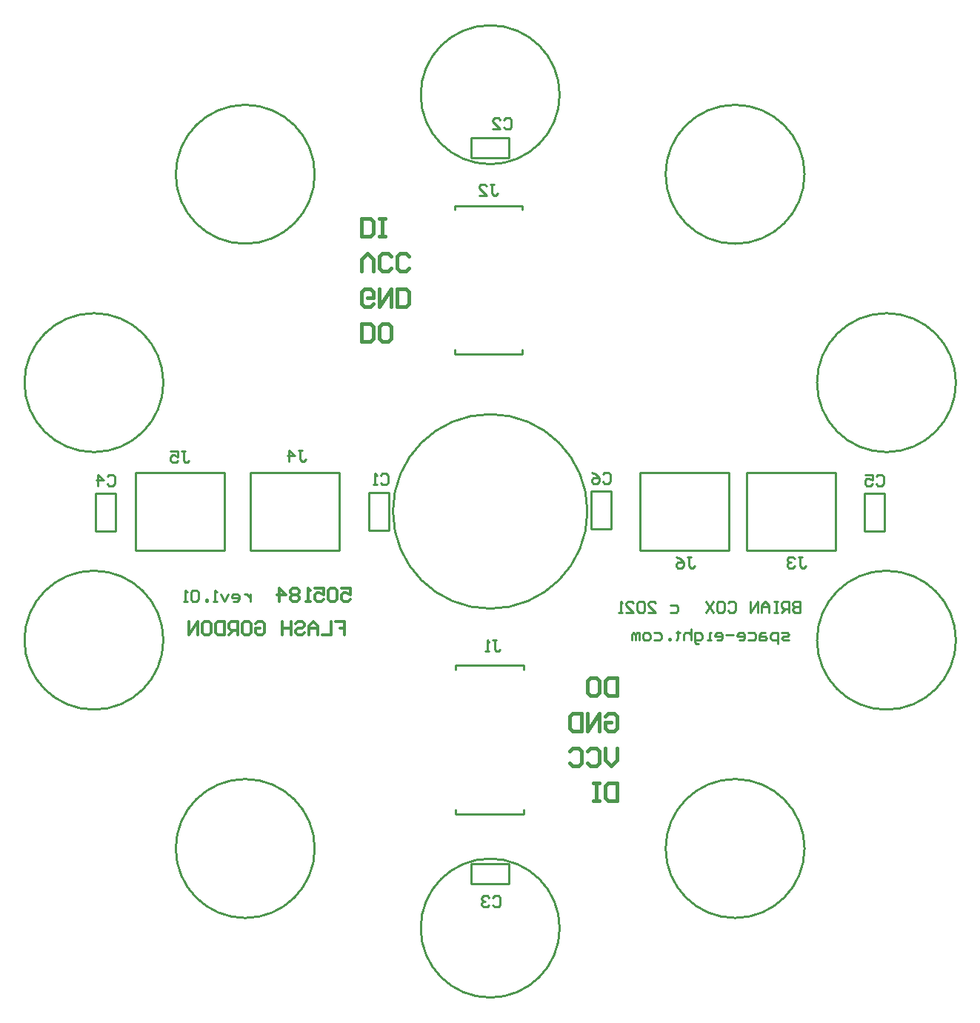
<source format=gbo>
%FSLAX25Y25*%
%MOIN*%
G70*
G01*
G75*
G04 Layer_Color=33789*
%ADD10R,0.05906X0.05906*%
%ADD11P,0.08352X4X189.0*%
%ADD12P,0.08352X4X153.0*%
%ADD13P,0.08352X4X117.0*%
%ADD14P,0.08352X4X81.0*%
%ADD15P,0.08352X4X279.0*%
%ADD16P,0.08352X4X207.0*%
%ADD17R,0.05906X0.05906*%
%ADD18P,0.08352X4X63.0*%
%ADD19P,0.08352X4X351.0*%
%ADD20C,0.05000*%
%ADD21C,0.02500*%
%ADD22C,0.12500*%
%ADD23R,0.12500X0.12500*%
%ADD24C,0.16500*%
%ADD25C,0.04000*%
%ADD26R,0.08000X0.05000*%
%ADD27R,0.05000X0.08000*%
%ADD28R,0.17716X0.12205*%
%ADD29C,0.01000*%
%ADD30C,0.01200*%
%ADD31C,0.01500*%
D29*
X664460Y699691D02*
G03*
X664460Y699691I-31250J0D01*
G01*
X732573Y605941D02*
G03*
X732573Y605941I-31250J0D01*
G01*
Y490059D02*
G03*
X732573Y490059I-31250J0D01*
G01*
X664460Y396309D02*
G03*
X664460Y396309I-31250J0D01*
G01*
X554250Y360500D02*
G03*
X554250Y360500I-31250J0D01*
G01*
X444040Y396309D02*
G03*
X444040Y396309I-31250J0D01*
G01*
X375927Y490059D02*
G03*
X375927Y490059I-31250J0D01*
G01*
Y605941D02*
G03*
X375927Y605941I-31250J0D01*
G01*
X444040Y699691D02*
G03*
X444040Y699691I-31250J0D01*
G01*
X554250Y735500D02*
G03*
X554250Y735500I-31250J0D01*
G01*
X566750Y548000D02*
G03*
X566750Y548000I-43750J0D01*
G01*
X568484Y557016D02*
X577516D01*
X568484Y539984D02*
Y557016D01*
Y539984D02*
X577516D01*
Y557016D01*
X638500Y530500D02*
Y548000D01*
X678500Y530500D02*
Y548000D01*
X638500Y565500D02*
X678500D01*
Y548000D02*
Y565500D01*
X638500Y530500D02*
X678500D01*
X638500Y548000D02*
Y565500D01*
X455000Y548000D02*
Y565500D01*
X415000Y548000D02*
Y565500D01*
Y530500D02*
X455000D01*
X415000D02*
Y548000D01*
Y565500D02*
X455000D01*
Y530500D02*
Y548000D01*
X403500D02*
Y565500D01*
X363500Y548000D02*
Y565500D01*
Y530500D02*
X403500D01*
X363500D02*
Y548000D01*
Y565500D02*
X403500D01*
Y530500D02*
Y548000D01*
X590500Y530500D02*
Y548000D01*
X630500Y530500D02*
Y548000D01*
X590500Y565500D02*
X630500D01*
Y548000D02*
Y565500D01*
X590500Y530500D02*
X630500D01*
X590500Y548000D02*
Y565500D01*
X468484Y556516D02*
X477516D01*
X468484Y539484D02*
Y556516D01*
Y539484D02*
X477516D01*
Y556516D01*
X514484Y706984D02*
Y716016D01*
Y706984D02*
X531516D01*
Y716016D01*
X514484D02*
X531516D01*
Y380484D02*
Y389516D01*
X514484D02*
X531516D01*
X514484Y380484D02*
Y389516D01*
Y380484D02*
X531516D01*
X345484Y538984D02*
X354516D01*
Y556016D01*
X345484D02*
X354516D01*
X345484Y538984D02*
Y556016D01*
X691484Y538984D02*
X700516D01*
Y556016D01*
X691484D02*
X700516D01*
X691484Y538984D02*
Y556016D01*
X507441Y476870D02*
Y478839D01*
X537953D01*
Y476870D02*
Y478839D01*
X507441Y411909D02*
Y413878D01*
Y411909D02*
X537953D01*
Y413878D01*
X537559Y618661D02*
Y620630D01*
X507047Y618661D02*
X537559D01*
X507047D02*
Y620630D01*
X537559Y683622D02*
Y685591D01*
X507047D02*
X537559D01*
X507047Y683622D02*
Y685591D01*
X657500Y490000D02*
X655001D01*
X654168Y490833D01*
X655001Y491666D01*
X656667D01*
X657500Y492499D01*
X656667Y493332D01*
X654168D01*
X652502Y488334D02*
Y493332D01*
X650002D01*
X649169Y492499D01*
Y490833D01*
X650002Y490000D01*
X652502D01*
X646670Y493332D02*
X645004D01*
X644171Y492499D01*
Y490000D01*
X646670D01*
X647503Y490833D01*
X646670Y491666D01*
X644171D01*
X639173Y493332D02*
X641672D01*
X642505Y492499D01*
Y490833D01*
X641672Y490000D01*
X639173D01*
X635007D02*
X636673D01*
X637506Y490833D01*
Y492499D01*
X636673Y493332D01*
X635007D01*
X634174Y492499D01*
Y491666D01*
X637506D01*
X632508Y492499D02*
X629176D01*
X625010Y490000D02*
X626677D01*
X627510Y490833D01*
Y492499D01*
X626677Y493332D01*
X625010D01*
X624178Y492499D01*
Y491666D01*
X627510D01*
X622511Y490000D02*
X620845D01*
X621678D01*
Y493332D01*
X622511D01*
X616680Y488334D02*
X615847D01*
X615014Y489167D01*
Y493332D01*
X617513D01*
X618346Y492499D01*
Y490833D01*
X617513Y490000D01*
X615014D01*
X613348Y494998D02*
Y490000D01*
Y492499D01*
X612515Y493332D01*
X610848D01*
X610015Y492499D01*
Y490000D01*
X607516Y494165D02*
Y493332D01*
X608349D01*
X606683D01*
X607516D01*
Y490833D01*
X606683Y490000D01*
X604184D02*
Y490833D01*
X603351D01*
Y490000D01*
X604184D01*
X596686Y493332D02*
X599186D01*
X600019Y492499D01*
Y490833D01*
X599186Y490000D01*
X596686D01*
X594187D02*
X592521D01*
X591688Y490833D01*
Y492499D01*
X592521Y493332D01*
X594187D01*
X595020Y492499D01*
Y490833D01*
X594187Y490000D01*
X590022D02*
Y493332D01*
X589189D01*
X588356Y492499D01*
Y490000D01*
Y492499D01*
X587523Y493332D01*
X586690Y492499D01*
Y490000D01*
X662500Y507498D02*
Y502500D01*
X660001D01*
X659168Y503333D01*
Y504166D01*
X660001Y504999D01*
X662500D01*
X660001D01*
X659168Y505832D01*
Y506665D01*
X660001Y507498D01*
X662500D01*
X657502Y502500D02*
Y507498D01*
X655002D01*
X654169Y506665D01*
Y504999D01*
X655002Y504166D01*
X657502D01*
X655835D02*
X654169Y502500D01*
X652503Y507498D02*
X650837D01*
X651670D01*
Y502500D01*
X652503D01*
X650837D01*
X648338D02*
Y505832D01*
X646672Y507498D01*
X645006Y505832D01*
Y502500D01*
Y504999D01*
X648338D01*
X643339Y502500D02*
Y507498D01*
X640007Y502500D01*
Y507498D01*
X630011Y506665D02*
X630844Y507498D01*
X632510D01*
X633343Y506665D01*
Y503333D01*
X632510Y502500D01*
X630844D01*
X630011Y503333D01*
X625845Y507498D02*
X627511D01*
X628344Y506665D01*
Y503333D01*
X627511Y502500D01*
X625845D01*
X625012Y503333D01*
Y506665D01*
X625845Y507498D01*
X623346D02*
X620014Y502500D01*
Y507498D02*
X623346Y502500D01*
X604168Y505832D02*
X606667D01*
X607500Y504999D01*
Y503333D01*
X606667Y502500D01*
X604168D01*
X594171D02*
X597503D01*
X594171Y505832D01*
Y506665D01*
X595004Y507498D01*
X596670D01*
X597503Y506665D01*
X592505D02*
X591672Y507498D01*
X590006D01*
X589173Y506665D01*
Y503333D01*
X590006Y502500D01*
X591672D01*
X592505Y503333D01*
Y506665D01*
X584174Y502500D02*
X587506D01*
X584174Y505832D01*
Y506665D01*
X585007Y507498D01*
X586673D01*
X587506Y506665D01*
X582508Y502500D02*
X580842D01*
X581675D01*
Y507498D01*
X582508Y506665D01*
X415000Y510832D02*
Y507500D01*
Y509166D01*
X414167Y509999D01*
X413334Y510832D01*
X412501D01*
X407502Y507500D02*
X409169D01*
X410002Y508333D01*
Y509999D01*
X409169Y510832D01*
X407502D01*
X406669Y509999D01*
Y509166D01*
X410002D01*
X405003Y510832D02*
X403337Y507500D01*
X401671Y510832D01*
X400005Y507500D02*
X398339D01*
X399172D01*
Y512498D01*
X400005Y511665D01*
X395840Y507500D02*
Y508333D01*
X395006D01*
Y507500D01*
X395840D01*
X391674Y511665D02*
X390841Y512498D01*
X389175D01*
X388342Y511665D01*
Y508333D01*
X389175Y507500D01*
X390841D01*
X391674Y508333D01*
Y511665D01*
X386676Y507500D02*
X385010D01*
X385843D01*
Y512498D01*
X386676Y511665D01*
X573668Y564665D02*
X574501Y565498D01*
X576167D01*
X577000Y564665D01*
Y561333D01*
X576167Y560500D01*
X574501D01*
X573668Y561333D01*
X568669Y565498D02*
X570335Y564665D01*
X572002Y562999D01*
Y561333D01*
X571169Y560500D01*
X569502D01*
X568669Y561333D01*
Y562166D01*
X569502Y562999D01*
X572002D01*
X611668Y527498D02*
X613334D01*
X612501D01*
Y523333D01*
X613334Y522500D01*
X614167D01*
X615000Y523333D01*
X606669Y527498D02*
X608335Y526665D01*
X610002Y524999D01*
Y523333D01*
X609169Y522500D01*
X607502D01*
X606669Y523333D01*
Y524166D01*
X607502Y524999D01*
X610002D01*
X384168Y574998D02*
X385834D01*
X385001D01*
Y570833D01*
X385834Y570000D01*
X386667D01*
X387500Y570833D01*
X379169Y574998D02*
X382502D01*
Y572499D01*
X380836Y573332D01*
X380002D01*
X379169Y572499D01*
Y570833D01*
X380002Y570000D01*
X381669D01*
X382502Y570833D01*
X436668Y575498D02*
X438334D01*
X437501D01*
Y571333D01*
X438334Y570500D01*
X439167D01*
X440000Y571333D01*
X432502Y570500D02*
Y575498D01*
X435002Y572999D01*
X431669D01*
X661668Y527498D02*
X663334D01*
X662501D01*
Y523333D01*
X663334Y522500D01*
X664167D01*
X665000Y523333D01*
X660002Y526665D02*
X659169Y527498D01*
X657502D01*
X656669Y526665D01*
Y525832D01*
X657502Y524999D01*
X658335D01*
X657502D01*
X656669Y524166D01*
Y523333D01*
X657502Y522500D01*
X659169D01*
X660002Y523333D01*
X522974Y695150D02*
X524640D01*
X523807D01*
Y690985D01*
X524640Y690152D01*
X525473D01*
X526306Y690985D01*
X517976Y690152D02*
X521308D01*
X517976Y693484D01*
Y694317D01*
X518809Y695150D01*
X520475D01*
X521308Y694317D01*
X524168Y489998D02*
X525834D01*
X525001D01*
Y485833D01*
X525834Y485000D01*
X526667D01*
X527500Y485833D01*
X522502Y485000D02*
X520835D01*
X521669D01*
Y489998D01*
X522502Y489165D01*
X696668Y563665D02*
X697501Y564498D01*
X699167D01*
X700000Y563665D01*
Y560333D01*
X699167Y559500D01*
X697501D01*
X696668Y560333D01*
X691669Y564498D02*
X695002D01*
Y561999D01*
X693335Y562832D01*
X692502D01*
X691669Y561999D01*
Y560333D01*
X692502Y559500D01*
X694169D01*
X695002Y560333D01*
X350668Y563665D02*
X351501Y564498D01*
X353167D01*
X354000Y563665D01*
Y560333D01*
X353167Y559500D01*
X351501D01*
X350668Y560333D01*
X346502Y559500D02*
Y564498D01*
X349002Y561999D01*
X345669D01*
X524168Y374165D02*
X525001Y374998D01*
X526667D01*
X527500Y374165D01*
Y370833D01*
X526667Y370000D01*
X525001D01*
X524168Y370833D01*
X522502Y374165D02*
X521669Y374998D01*
X520002D01*
X519169Y374165D01*
Y373332D01*
X520002Y372499D01*
X520835D01*
X520002D01*
X519169Y371666D01*
Y370833D01*
X520002Y370000D01*
X521669D01*
X522502Y370833D01*
X529168Y724165D02*
X530001Y724998D01*
X531667D01*
X532500Y724165D01*
Y720833D01*
X531667Y720000D01*
X530001D01*
X529168Y720833D01*
X524169Y720000D02*
X527502D01*
X524169Y723332D01*
Y724165D01*
X525002Y724998D01*
X526669D01*
X527502Y724165D01*
X473668Y564165D02*
X474501Y564998D01*
X476167D01*
X477000Y564165D01*
Y560833D01*
X476167Y560000D01*
X474501D01*
X473668Y560833D01*
X472002Y560000D02*
X470335D01*
X471169D01*
Y564998D01*
X472002Y564165D01*
D30*
X456001Y513498D02*
X460000D01*
Y510499D01*
X458001Y511499D01*
X457001D01*
X456001Y510499D01*
Y508500D01*
X457001Y507500D01*
X459000D01*
X460000Y508500D01*
X454002Y512498D02*
X453002Y513498D01*
X451003D01*
X450003Y512498D01*
Y508500D01*
X451003Y507500D01*
X453002D01*
X454002Y508500D01*
Y512498D01*
X444005Y513498D02*
X448004D01*
Y510499D01*
X446004Y511499D01*
X445005D01*
X444005Y510499D01*
Y508500D01*
X445005Y507500D01*
X447004D01*
X448004Y508500D01*
X442006Y507500D02*
X440006D01*
X441006D01*
Y513498D01*
X442006Y512498D01*
X437007D02*
X436008Y513498D01*
X434008D01*
X433009Y512498D01*
Y511499D01*
X434008Y510499D01*
X433009Y509499D01*
Y508500D01*
X434008Y507500D01*
X436008D01*
X437007Y508500D01*
Y509499D01*
X436008Y510499D01*
X437007Y511499D01*
Y512498D01*
X436008Y510499D02*
X434008D01*
X428010Y507500D02*
Y513498D01*
X431009Y510499D01*
X427011D01*
X453501Y498498D02*
X457500D01*
Y495499D01*
X455501D01*
X457500D01*
Y492500D01*
X451502Y498498D02*
Y492500D01*
X447503D01*
X445504D02*
Y496499D01*
X443504Y498498D01*
X441505Y496499D01*
Y492500D01*
Y495499D01*
X445504D01*
X435507Y497498D02*
X436507Y498498D01*
X438506D01*
X439506Y497498D01*
Y496499D01*
X438506Y495499D01*
X436507D01*
X435507Y494499D01*
Y493500D01*
X436507Y492500D01*
X438506D01*
X439506Y493500D01*
X433508Y498498D02*
Y492500D01*
Y495499D01*
X429509D01*
Y498498D01*
Y492500D01*
X417513Y497498D02*
X418513Y498498D01*
X420512D01*
X421512Y497498D01*
Y493500D01*
X420512Y492500D01*
X418513D01*
X417513Y493500D01*
Y495499D01*
X419512D01*
X412514Y498498D02*
X414514D01*
X415514Y497498D01*
Y493500D01*
X414514Y492500D01*
X412514D01*
X411515Y493500D01*
Y497498D01*
X412514Y498498D01*
X409515Y492500D02*
Y498498D01*
X406517D01*
X405517Y497498D01*
Y495499D01*
X406517Y494499D01*
X409515D01*
X407516D02*
X405517Y492500D01*
X403517Y498498D02*
Y492500D01*
X400518D01*
X399519Y493500D01*
Y497498D01*
X400518Y498498D01*
X403517D01*
X394520D02*
X396520D01*
X397519Y497498D01*
Y493500D01*
X396520Y492500D01*
X394520D01*
X393521Y493500D01*
Y497498D01*
X394520Y498498D01*
X391521Y492500D02*
Y498498D01*
X387523Y492500D01*
Y498498D01*
D31*
X465000Y624503D02*
Y632500D01*
X468999D01*
X470332Y631167D01*
Y625836D01*
X468999Y624503D01*
X465000D01*
X476996D02*
X474330D01*
X472997Y625836D01*
Y631167D01*
X474330Y632500D01*
X476996D01*
X478329Y631167D01*
Y625836D01*
X476996Y624503D01*
X470332Y641583D02*
X468999Y640251D01*
X466333D01*
X465000Y641583D01*
Y646915D01*
X466333Y648248D01*
X468999D01*
X470332Y646915D01*
Y644249D01*
X467666D01*
X472997Y648248D02*
Y640251D01*
X478329Y648248D01*
Y640251D01*
X480995D02*
Y648248D01*
X484994D01*
X486326Y646915D01*
Y641583D01*
X484994Y640251D01*
X480995D01*
X465000Y655999D02*
Y661330D01*
X467666Y663996D01*
X470332Y661330D01*
Y655999D01*
X478329Y657332D02*
X476996Y655999D01*
X474330D01*
X472997Y657332D01*
Y662663D01*
X474330Y663996D01*
X476996D01*
X478329Y662663D01*
X486326Y657332D02*
X484994Y655999D01*
X482328D01*
X480995Y657332D01*
Y662663D01*
X482328Y663996D01*
X484994D01*
X486326Y662663D01*
X465000Y671747D02*
Y679744D01*
X468999D01*
X470332Y678411D01*
Y673080D01*
X468999Y671747D01*
X465000D01*
X472997D02*
X475663D01*
X474330D01*
Y679744D01*
X472997D01*
X475663D01*
X580000Y425753D02*
Y417756D01*
X576001D01*
X574668Y419089D01*
Y424420D01*
X576001Y425753D01*
X580000D01*
X572003D02*
X569337D01*
X570670D01*
Y417756D01*
X572003D01*
X569337D01*
X580000Y441501D02*
Y436170D01*
X577334Y433504D01*
X574668Y436170D01*
Y441501D01*
X566671Y440168D02*
X568004Y441501D01*
X570670D01*
X572003Y440168D01*
Y434837D01*
X570670Y433504D01*
X568004D01*
X566671Y434837D01*
X558674Y440168D02*
X560007Y441501D01*
X562672D01*
X564005Y440168D01*
Y434837D01*
X562672Y433504D01*
X560007D01*
X558674Y434837D01*
X574668Y455917D02*
X576001Y457249D01*
X578667D01*
X580000Y455917D01*
Y450585D01*
X578667Y449252D01*
X576001D01*
X574668Y450585D01*
Y453251D01*
X577334D01*
X572003Y449252D02*
Y457249D01*
X566671Y449252D01*
Y457249D01*
X564005D02*
Y449252D01*
X560007D01*
X558674Y450585D01*
Y455917D01*
X560007Y457249D01*
X564005D01*
X580000Y472997D02*
Y465000D01*
X576001D01*
X574668Y466333D01*
Y471664D01*
X576001Y472997D01*
X580000D01*
X568004D02*
X570670D01*
X572003Y471664D01*
Y466333D01*
X570670Y465000D01*
X568004D01*
X566671Y466333D01*
Y471664D01*
X568004Y472997D01*
M02*

</source>
